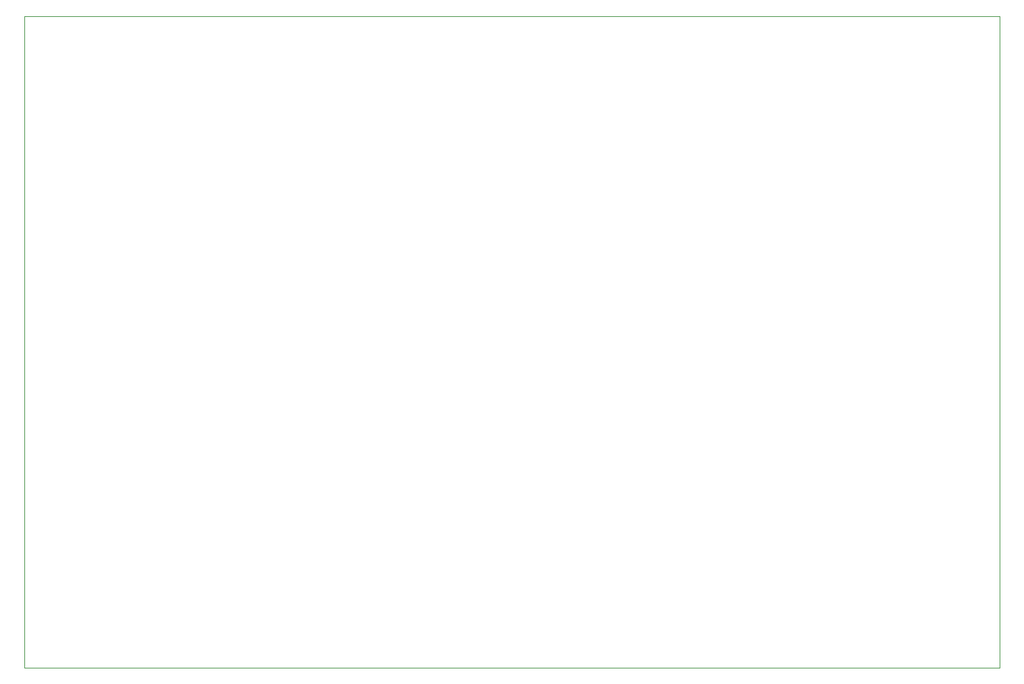
<source format=gbr>
%TF.GenerationSoftware,KiCad,Pcbnew,5.1.10-88a1d61d58~90~ubuntu20.04.1*%
%TF.CreationDate,2022-01-01T09:16:34+01:00*%
%TF.ProjectId,MTSM340UV2-F5120S-current-driver,4d54534d-3334-4305-9556-322d46353132,rev?*%
%TF.SameCoordinates,Original*%
%TF.FileFunction,Profile,NP*%
%FSLAX46Y46*%
G04 Gerber Fmt 4.6, Leading zero omitted, Abs format (unit mm)*
G04 Created by KiCad (PCBNEW 5.1.10-88a1d61d58~90~ubuntu20.04.1) date 2022-01-01 09:16:34*
%MOMM*%
%LPD*%
G01*
G04 APERTURE LIST*
%TA.AperFunction,Profile*%
%ADD10C,0.050000*%
%TD*%
G04 APERTURE END LIST*
D10*
X47500000Y-160500000D02*
X47500000Y-79000000D01*
X169500000Y-160500000D02*
X47500000Y-160500000D01*
X169500000Y-79000000D02*
X169500000Y-160500000D01*
X47500000Y-79000000D02*
X169500000Y-79000000D01*
M02*

</source>
